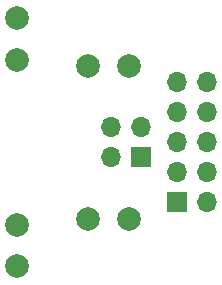
<source format=gts>
G04 #@! TF.GenerationSoftware,KiCad,Pcbnew,(5.1.6-0-10_14)*
G04 #@! TF.CreationDate,2020-08-07T14:37:36+09:00*
G04 #@! TF.ProjectId,con_body,636f6e5f-626f-4647-992e-6b696361645f,rev?*
G04 #@! TF.SameCoordinates,Original*
G04 #@! TF.FileFunction,Soldermask,Top*
G04 #@! TF.FilePolarity,Negative*
%FSLAX46Y46*%
G04 Gerber Fmt 4.6, Leading zero omitted, Abs format (unit mm)*
G04 Created by KiCad (PCBNEW (5.1.6-0-10_14)) date 2020-08-07 14:37:36*
%MOMM*%
%LPD*%
G01*
G04 APERTURE LIST*
%ADD10C,2.000000*%
%ADD11O,1.700000X1.700000*%
%ADD12R,1.700000X1.700000*%
G04 APERTURE END LIST*
D10*
G04 #@! TO.C,F1*
X158500000Y-106500000D03*
X162000000Y-106500000D03*
G04 #@! TD*
G04 #@! TO.C,F2*
X158500000Y-93500000D03*
X162000000Y-93500000D03*
G04 #@! TD*
G04 #@! TO.C,H1*
X152500000Y-107000000D03*
X152500000Y-110500000D03*
G04 #@! TD*
G04 #@! TO.C,H2*
X152500000Y-93000000D03*
X152500000Y-89500000D03*
G04 #@! TD*
D11*
G04 #@! TO.C,U1*
X168540000Y-94920000D03*
X166000000Y-94920000D03*
X168540000Y-97460000D03*
X166000000Y-97460000D03*
X168540000Y-100000000D03*
X166000000Y-100000000D03*
X168540000Y-102540000D03*
X166000000Y-102540000D03*
X168540000Y-105080000D03*
D12*
X166000000Y-105080000D03*
G04 #@! TD*
D11*
G04 #@! TO.C,J1*
X160460000Y-98730000D03*
X163000000Y-98730000D03*
X160460000Y-101270000D03*
D12*
X163000000Y-101270000D03*
G04 #@! TD*
M02*

</source>
